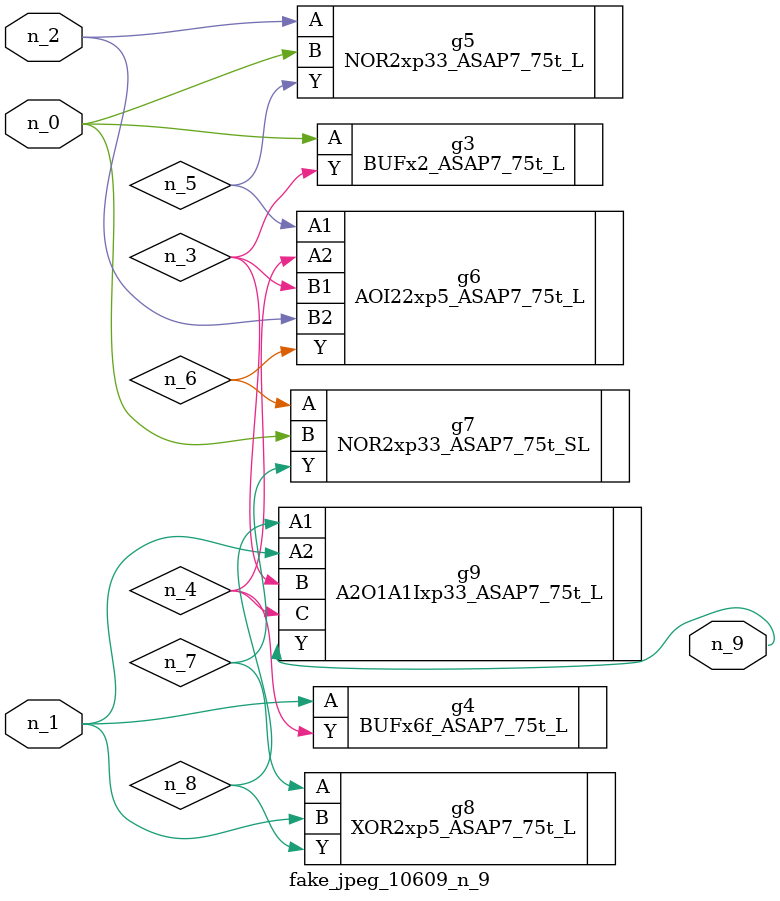
<source format=v>
module fake_jpeg_10609_n_9 (n_0, n_2, n_1, n_9);

input n_0;
input n_2;
input n_1;

output n_9;

wire n_3;
wire n_4;
wire n_8;
wire n_6;
wire n_5;
wire n_7;

BUFx2_ASAP7_75t_L g3 ( 
.A(n_0),
.Y(n_3)
);

BUFx6f_ASAP7_75t_L g4 ( 
.A(n_1),
.Y(n_4)
);

NOR2xp33_ASAP7_75t_L g5 ( 
.A(n_2),
.B(n_0),
.Y(n_5)
);

AOI22xp5_ASAP7_75t_L g6 ( 
.A1(n_5),
.A2(n_4),
.B1(n_3),
.B2(n_2),
.Y(n_6)
);

NOR2xp33_ASAP7_75t_SL g7 ( 
.A(n_6),
.B(n_0),
.Y(n_7)
);

XOR2xp5_ASAP7_75t_L g8 ( 
.A(n_7),
.B(n_1),
.Y(n_8)
);

A2O1A1Ixp33_ASAP7_75t_L g9 ( 
.A1(n_8),
.A2(n_1),
.B(n_3),
.C(n_4),
.Y(n_9)
);


endmodule
</source>
